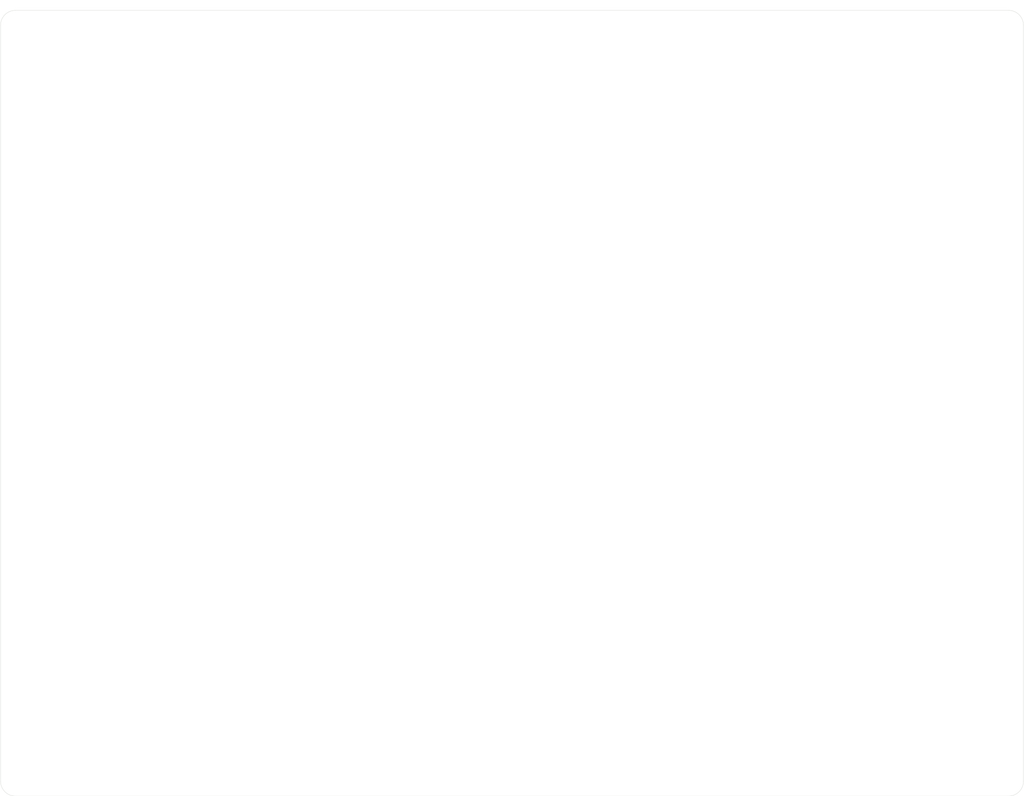
<source format=kicad_pcb>
(kicad_pcb (version 20240108) (generator "pcbnew") (generator_version "8.0")
  (layers (0 "F.Cu" signal) (31 "B.Cu" signal) (34 "B.Paste" user) (35 "F.Paste" user) (36 "B.SilkS" user "B.Silkscreen") (37 "F.SilkS" user "F.Silkscreen") (38 "B.Mask" user) (39 "F.Mask" user) (44 "Edge.Cuts" user))
  (net 0 "")
  (footprint "kbd_Hole:m2_Screw_Hole" (layer "F.Cu") (at 23.8125 21.43125)
    (property "Reference" "Ref**")
    (property "Value" "Val**")
    (pad "" np_thru_hole circle (at 0 0) (size 2.2 2.2) (drill 2.2) (layers "*.Cu" "*.Mask"))
  )
  (footprint "kbd_Hole:m2_Screw_Hole" (layer "F.Cu") (at 133.35 104.775)
    (property "Reference" "Ref**")
    (property "Value" "Val**")
    (pad "" np_thru_hole circle (at 0 0) (size 2.2 2.2) (drill 2.2) (layers "*.Cu" "*.Mask"))
  )
  (footprint "kbd_Hole:m2_Screw_Hole" (layer "F.Cu") (at 71.4375 85.725)
    (property "Reference" "Ref**")
    (property "Value" "Val**")
    (pad "" np_thru_hole circle (at 0 0) (size 2.2 2.2) (drill 2.2) (layers "*.Cu" "*.Mask"))
  )
  (footprint "kbd_Hole:m2_Screw_Hole" (layer "F.Cu") (at 180.975 140.49375)
    (property "Reference" "Ref**")
    (property "Value" "Val**")
    (pad "" np_thru_hole circle (at 0 0) (size 2.2 2.2) (drill 2.2) (layers "*.Cu" "*.Mask"))
  )
  (footprint "kbd_Hole:m2_Screw_Hole" (layer "F.Cu") (at 47.625 140.49375)
    (property "Reference" "Ref**")
    (property "Value" "Val**")
    (pad "" np_thru_hole circle (at 0 0) (size 2.2 2.2) (drill 2.2) (layers "*.Cu" "*.Mask"))
  )
  (footprint "kbd_Hole:m2_Screw_Hole" (layer "F.Cu") (at 180.975 47.625)
    (property "Reference" "Ref**")
    (property "Value" "Val**")
    (pad "" np_thru_hole circle (at 0 0) (size 2.2 2.2) (drill 2.2) (layers "*.Cu" "*.Mask"))
  )
  (footprint "kbd_Hole:m2_Screw_Hole" (layer "F.Cu") (at 183.35625 21.43125)
    (property "Reference" "Ref**")
    (property "Value" "Val**")
    (pad "" np_thru_hole circle (at 0 0) (size 2.2 2.2) (drill 2.2) (layers "*.Cu" "*.Mask"))
  )
  (footprint "kbd_Hole:m2_Screw_Hole" (layer "F.Cu") (at 28.575 47.625)
    (property "Reference" "Ref**")
    (property "Value" "Val**")
    (pad "" np_thru_hole circle (at 0 0) (size 2.2 2.2) (drill 2.2) (layers "*.Cu" "*.Mask"))
  )
  (gr_arc (start 183.35625 19.05) (mid 185.040048 19.747452) (end 185.7375 21.43125) (stroke (width 0.05)) (layer "Edge.Cuts"))
  (gr_line (start 183.35625 19.05) (end 23.8125 19.05) (stroke (width 0.05)) (layer "Edge.Cuts"))
  (gr_arc (start 21.43125 21.43125) (mid 22.128702 19.747452) (end 23.8125 19.05) (stroke (width 0.05)) (layer "Edge.Cuts"))
  (gr_arc (start 185.7375 142.875) (mid 185.040048 144.558798) (end 183.35625 145.25625) (stroke (width 0.05)) (layer "Edge.Cuts"))
  (gr_arc (start 23.8125 145.25625) (mid 22.128702 144.558798) (end 21.43125 142.875) (stroke (width 0.05)) (layer "Edge.Cuts"))
  (gr_line (start 23.8125 145.25625) (end 183.35625 145.25625) (stroke (width 0.05)) (layer "Edge.Cuts"))
  (gr_line (start 185.7375 142.875) (end 185.7375 21.43125) (stroke (width 0.05)) (layer "Edge.Cuts"))
  (gr_line (start 21.43125 142.875) (end 21.43125 21.43125) (stroke (width 0.05)) (layer "Edge.Cuts"))
)
</source>
